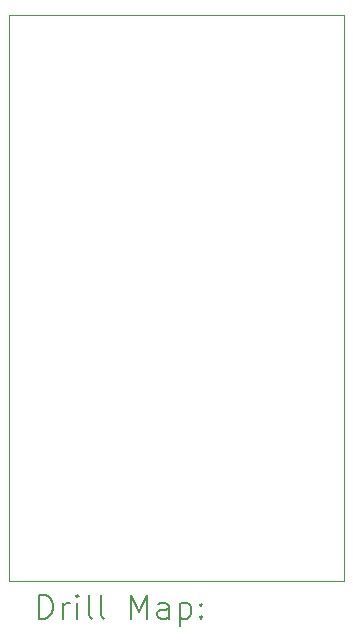
<source format=gbr>
%TF.GenerationSoftware,KiCad,Pcbnew,7.0.5-0*%
%TF.CreationDate,2023-06-27T18:34:17-07:00*%
%TF.ProjectId,AAXA01,41415841-3031-42e6-9b69-6361645f7063,rev?*%
%TF.SameCoordinates,Original*%
%TF.FileFunction,Drillmap*%
%TF.FilePolarity,Positive*%
%FSLAX45Y45*%
G04 Gerber Fmt 4.5, Leading zero omitted, Abs format (unit mm)*
G04 Created by KiCad (PCBNEW 7.0.5-0) date 2023-06-27 18:34:17*
%MOMM*%
%LPD*%
G01*
G04 APERTURE LIST*
%ADD10C,0.100000*%
%ADD11C,0.200000*%
G04 APERTURE END LIST*
D10*
X10000000Y-5210000D02*
X12840000Y-5210000D01*
X12840000Y-10000000D01*
X10000000Y-10000000D01*
X10000000Y-5210000D01*
D11*
X10255777Y-10316484D02*
X10255777Y-10116484D01*
X10255777Y-10116484D02*
X10303396Y-10116484D01*
X10303396Y-10116484D02*
X10331967Y-10126008D01*
X10331967Y-10126008D02*
X10351015Y-10145055D01*
X10351015Y-10145055D02*
X10360539Y-10164103D01*
X10360539Y-10164103D02*
X10370063Y-10202198D01*
X10370063Y-10202198D02*
X10370063Y-10230770D01*
X10370063Y-10230770D02*
X10360539Y-10268865D01*
X10360539Y-10268865D02*
X10351015Y-10287912D01*
X10351015Y-10287912D02*
X10331967Y-10306960D01*
X10331967Y-10306960D02*
X10303396Y-10316484D01*
X10303396Y-10316484D02*
X10255777Y-10316484D01*
X10455777Y-10316484D02*
X10455777Y-10183150D01*
X10455777Y-10221246D02*
X10465301Y-10202198D01*
X10465301Y-10202198D02*
X10474824Y-10192674D01*
X10474824Y-10192674D02*
X10493872Y-10183150D01*
X10493872Y-10183150D02*
X10512920Y-10183150D01*
X10579586Y-10316484D02*
X10579586Y-10183150D01*
X10579586Y-10116484D02*
X10570063Y-10126008D01*
X10570063Y-10126008D02*
X10579586Y-10135531D01*
X10579586Y-10135531D02*
X10589110Y-10126008D01*
X10589110Y-10126008D02*
X10579586Y-10116484D01*
X10579586Y-10116484D02*
X10579586Y-10135531D01*
X10703396Y-10316484D02*
X10684348Y-10306960D01*
X10684348Y-10306960D02*
X10674824Y-10287912D01*
X10674824Y-10287912D02*
X10674824Y-10116484D01*
X10808158Y-10316484D02*
X10789110Y-10306960D01*
X10789110Y-10306960D02*
X10779586Y-10287912D01*
X10779586Y-10287912D02*
X10779586Y-10116484D01*
X11036729Y-10316484D02*
X11036729Y-10116484D01*
X11036729Y-10116484D02*
X11103396Y-10259341D01*
X11103396Y-10259341D02*
X11170063Y-10116484D01*
X11170063Y-10116484D02*
X11170063Y-10316484D01*
X11351015Y-10316484D02*
X11351015Y-10211722D01*
X11351015Y-10211722D02*
X11341491Y-10192674D01*
X11341491Y-10192674D02*
X11322443Y-10183150D01*
X11322443Y-10183150D02*
X11284348Y-10183150D01*
X11284348Y-10183150D02*
X11265301Y-10192674D01*
X11351015Y-10306960D02*
X11331967Y-10316484D01*
X11331967Y-10316484D02*
X11284348Y-10316484D01*
X11284348Y-10316484D02*
X11265301Y-10306960D01*
X11265301Y-10306960D02*
X11255777Y-10287912D01*
X11255777Y-10287912D02*
X11255777Y-10268865D01*
X11255777Y-10268865D02*
X11265301Y-10249817D01*
X11265301Y-10249817D02*
X11284348Y-10240293D01*
X11284348Y-10240293D02*
X11331967Y-10240293D01*
X11331967Y-10240293D02*
X11351015Y-10230770D01*
X11446253Y-10183150D02*
X11446253Y-10383150D01*
X11446253Y-10192674D02*
X11465301Y-10183150D01*
X11465301Y-10183150D02*
X11503396Y-10183150D01*
X11503396Y-10183150D02*
X11522443Y-10192674D01*
X11522443Y-10192674D02*
X11531967Y-10202198D01*
X11531967Y-10202198D02*
X11541491Y-10221246D01*
X11541491Y-10221246D02*
X11541491Y-10278389D01*
X11541491Y-10278389D02*
X11531967Y-10297436D01*
X11531967Y-10297436D02*
X11522443Y-10306960D01*
X11522443Y-10306960D02*
X11503396Y-10316484D01*
X11503396Y-10316484D02*
X11465301Y-10316484D01*
X11465301Y-10316484D02*
X11446253Y-10306960D01*
X11627205Y-10297436D02*
X11636729Y-10306960D01*
X11636729Y-10306960D02*
X11627205Y-10316484D01*
X11627205Y-10316484D02*
X11617682Y-10306960D01*
X11617682Y-10306960D02*
X11627205Y-10297436D01*
X11627205Y-10297436D02*
X11627205Y-10316484D01*
X11627205Y-10192674D02*
X11636729Y-10202198D01*
X11636729Y-10202198D02*
X11627205Y-10211722D01*
X11627205Y-10211722D02*
X11617682Y-10202198D01*
X11617682Y-10202198D02*
X11627205Y-10192674D01*
X11627205Y-10192674D02*
X11627205Y-10211722D01*
M02*

</source>
